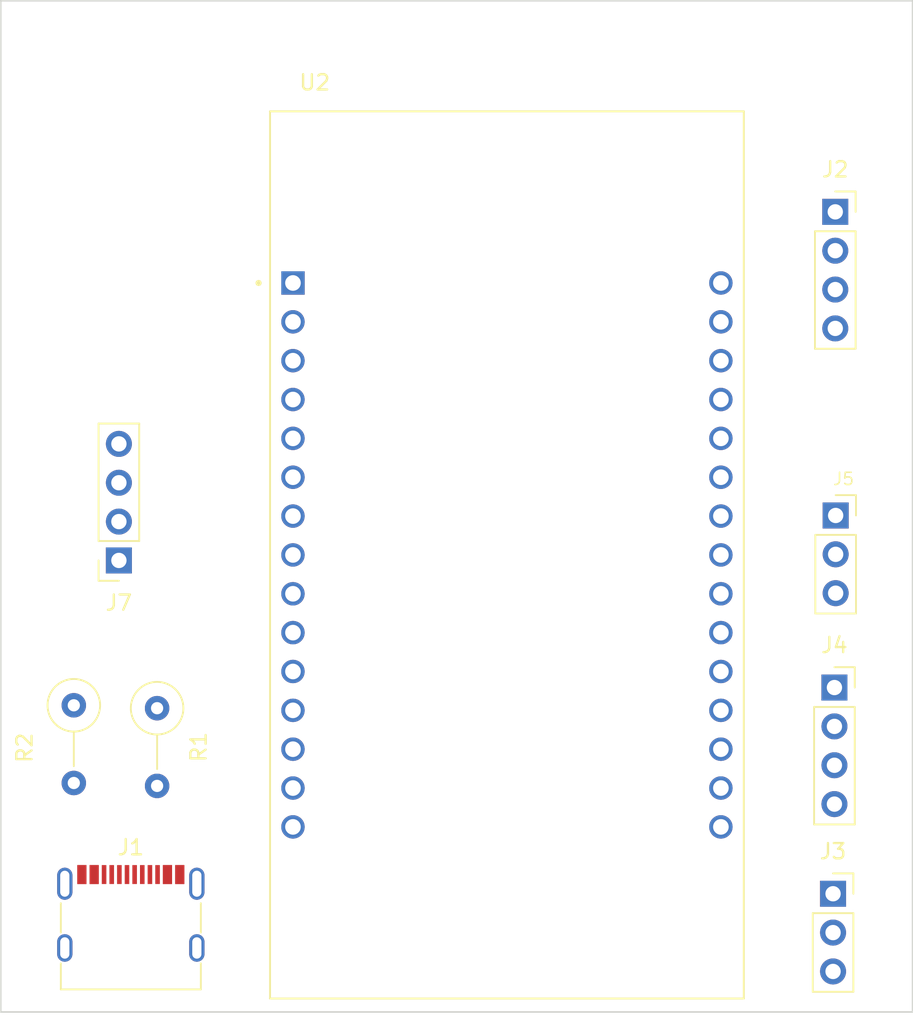
<source format=kicad_pcb>
(kicad_pcb (version 20221018) (generator pcbnew)
  (layers (0 "F.Cu" signal) (31 "B.Cu" signal) (34 "B.Paste" user) (35 "F.Paste" user) (36 "B.SilkS" user "B.Silkscreen") (37 "F.SilkS" user "F.Silkscreen") (38 "B.Mask" user) (39 "F.Mask" user) (44 "Edge.Cuts" user))
  (net 0 "")
  (net 1 "GND")
  (net 2 "+5V")
  (net 3 "Net-(J1-CC1)")
  (net 7 "Net-(J1-CC2)")
  (net 11 "SDL D1")
  (net 12 "SDA D2")
  (net 13 "IR D5")
  (net 14 "POWER 3.3V")
  (net 15 "Net-(J4-Pin_1)")
  (net 16 "Net-(J4-Pin_2)")
  (net 17 "Net-(J4-Pin_3)")
  (net 18 "Net-(J4-Pin_4)")
  (net 19 "TEMP D3")
  (net 20 "IO1 D4")
  (net 21 "DATA A0")
  (net 31 "FLEX D6")
  (net 33 "+3.3V")
  (footprint "Connector_USB:USB_C_Receptacle_G-Switch_GT-USB-7010ASV" (layer "F.Cu") (at 110.58 120.3)
    (fp_text reference "J1" (at 0 -5.5) (layer "F.SilkS"))
    (fp_text value "USB_C_USB2.0")
    (fp_line (start -4.58 -1.85) (end -4.58 0.07) (stroke (width 0.12)) (layer "F.SilkS"))
    (fp_line (start -4.58 3.785) (end -4.58 2.08) (stroke (width 0.12)) (layer "F.SilkS"))
    (fp_line (start 4.58 0.07) (end 4.58 -1.85) (stroke (width 0.12)) (layer "F.SilkS"))
    (fp_line (start 4.58 2.08) (end 4.58 3.785) (stroke (width 0.12)) (layer "F.SilkS"))
    (fp_line (start 4.58 3.785) (end -4.58 3.785) (stroke (width 0.12)) (layer "F.SilkS"))
    (pad "" np_thru_hole circle (at -2.89 -2.605) (size 0.65 0.65) (drill 0.65) (layers "*.Cu" "*.Mask"))
    (pad "" np_thru_hole circle (at 2.89 -2.605) (size 0.65 0.65) (drill 0.65) (layers "*.Cu" "*.Mask"))
    (pad "A1" smd rect (at -3.2 -3.725) (size 0.6 1.24) (layers "F.Cu" "F.Paste" "F.Mask") (net 1 "GND"))
    (pad "A4" smd rect (at -2.4 -3.725) (size 0.6 1.24) (layers "F.Cu" "F.Paste" "F.Mask") (net 2 "+5V"))
    (pad "A5" smd rect (at -1.25 -3.725) (size 0.3 1.24) (layers "F.Cu" "F.Paste" "F.Mask") (net 3 "Net-(J1-CC1)"))
    (pad "A6" smd rect (at -0.25 -3.725) (size 0.3 1.24) (layers "F.Cu" "F.Paste" "F.Mask"))
    (pad "A7" smd rect (at 0.25 -3.725) (size 0.3 1.24) (layers "F.Cu" "F.Paste" "F.Mask"))
    (pad "A8" smd rect (at 1.25 -3.725) (size 0.3 1.24) (layers "F.Cu" "F.Paste" "F.Mask"))
    (pad "A9" smd rect (at 2.4 -3.725) (size 0.6 1.24) (layers "F.Cu" "F.Paste" "F.Mask") (net 2 "+5V"))
    (pad "A12" smd rect (at 3.2 -3.725) (size 0.6 1.24) (layers "F.Cu" "F.Paste" "F.Mask") (net 1 "GND"))
    (pad "B1" smd rect (at 3.2 -3.725) (size 0.6 1.24) (layers "F.Cu" "F.Paste" "F.Mask") (net 1 "GND"))
    (pad "B4" smd rect (at 2.4 -3.725) (size 0.6 1.24) (layers "F.Cu" "F.Paste" "F.Mask") (net 2 "+5V"))
    (pad "B5" smd rect (at 1.75 -3.725) (size 0.3 1.24) (layers "F.Cu" "F.Paste" "F.Mask") (net 7 "Net-(J1-CC2)"))
    (pad "B6" smd rect (at 0.75 -3.725) (size 0.3 1.24) (layers "F.Cu" "F.Paste" "F.Mask"))
    (pad "B7" smd rect (at -0.75 -3.725) (size 0.3 1.24) (layers "F.Cu" "F.Paste" "F.Mask"))
    (pad "B8" smd rect (at -1.75 -3.725) (size 0.3 1.24) (layers "F.Cu" "F.Paste" "F.Mask"))
    (pad "B9" smd rect (at -2.4 -3.725) (size 0.6 1.24) (layers "F.Cu" "F.Paste" "F.Mask") (net 2 "+5V"))
    (pad "B12" smd rect (at -3.2 -3.725) (size 0.6 1.24) (layers "F.Cu" "F.Paste" "F.Mask") (net 1 "GND"))
    (pad "S1" thru_hole oval (at -4.32 -3.125) (size 1 2.1) (drill oval 0.6 1.7) (layers "*.Cu" "*.Mask") (net 1 "GND"))
    (pad "S1" thru_hole oval (at -4.32 1.075) (size 1 1.8) (drill oval 0.6 1.4) (layers "*.Cu" "*.Mask") (net 1 "GND"))
    (pad "S1" thru_hole oval (at 4.32 -3.125) (size 1 2.1) (drill oval 0.6 1.7) (layers "*.Cu" "*.Mask") (net 1 "GND"))
    (pad "S1" thru_hole oval (at 4.32 1.075) (size 1 1.8) (drill oval 0.6 1.4) (layers "*.Cu" "*.Mask") (net 1 "GND"))
  )
  (footprint "Connector_PinSocket_2.54mm:PinSocket_1x04_P2.54mm_Vertical" (layer "F.Cu") (at 156.62 104.35)
    (fp_text reference "J4" (at 0 -2.77) (layer "F.SilkS"))
    (fp_text value "IO PINS")
    (fp_line (start -1.33 1.27) (end -1.33 8.95) (stroke (width 0.12)) (layer "F.SilkS"))
    (fp_line (start -1.33 1.27) (end 1.33 1.27) (stroke (width 0.12)) (layer "F.SilkS"))
    (fp_line (start -1.33 8.95) (end 1.33 8.95) (stroke (width 0.12)) (layer "F.SilkS"))
    (fp_line (start 0 -1.33) (end 1.33 -1.33) (stroke (width 0.12)) (layer "F.SilkS"))
    (fp_line (start 1.33 -1.33) (end 1.33 0) (stroke (width 0.12)) (layer "F.SilkS"))
    (fp_line (start 1.33 1.27) (end 1.33 8.95) (stroke (width 0.12)) (layer "F.SilkS"))
    (pad "1" thru_hole rect (at 0 0) (size 1.7 1.7) (drill 1) (layers "*.Cu" "*.Mask") (net 15 "Net-(J4-Pin_1)"))
    (pad "2" thru_hole oval (at 0 2.54) (size 1.7 1.7) (drill 1) (layers "*.Cu" "*.Mask") (net 16 "Net-(J4-Pin_2)"))
    (pad "3" thru_hole oval (at 0 5.08) (size 1.7 1.7) (drill 1) (layers "*.Cu" "*.Mask") (net 17 "Net-(J4-Pin_3)"))
    (pad "4" thru_hole oval (at 0 7.62) (size 1.7 1.7) (drill 1) (layers "*.Cu" "*.Mask") (net 18 "Net-(J4-Pin_4)"))
  )
  (footprint "Connector_PinSocket_2.54mm:PinSocket_1x04_P2.54mm_Vertical" (layer "F.Cu") (at 156.675 73.25)
    (fp_text reference "J2" (at 0 -2.77) (layer "F.SilkS"))
    (fp_text value "OLED 128*64")
    (fp_line (start -1.33 1.27) (end -1.33 8.95) (stroke (width 0.12)) (layer "F.SilkS"))
    (fp_line (start -1.33 1.27) (end 1.33 1.27) (stroke (width 0.12)) (layer "F.SilkS"))
    (fp_line (start -1.33 8.95) (end 1.33 8.95) (stroke (width 0.12)) (layer "F.SilkS"))
    (fp_line (start 0 -1.33) (end 1.33 -1.33) (stroke (width 0.12)) (layer "F.SilkS"))
    (fp_line (start 1.33 -1.33) (end 1.33 0) (stroke (width 0.12)) (layer "F.SilkS"))
    (fp_line (start 1.33 1.27) (end 1.33 8.95) (stroke (width 0.12)) (layer "F.SilkS"))
    (pad "1" thru_hole rect (at 0 0) (size 1.7 1.7) (drill 1) (layers "*.Cu" "*.Mask") (net 1 "GND"))
    (pad "2" thru_hole oval (at 0 2.54) (size 1.7 1.7) (drill 1) (layers "*.Cu" "*.Mask") (net 33 "+3.3V"))
    (pad "3" thru_hole oval (at 0 5.08) (size 1.7 1.7) (drill 1) (layers "*.Cu" "*.Mask") (net 11 "SDL D1"))
    (pad "4" thru_hole oval (at 0 7.62) (size 1.7 1.7) (drill 1) (layers "*.Cu" "*.Mask") (net 12 "SDA D2"))
  )
  (footprint "Resistor_THT:R_Axial_DIN0309_L9.0mm_D3.2mm_P5.08mm_Vertical" (layer "F.Cu") (at 112.3 105.7 -90)
    (fp_text reference "R1" (at 2.54 -2.72 90) (layer "F.SilkS"))
    (fp_text value "5K1")
    (fp_line (start 1.72 0) (end 3.98 0) (stroke (width 0.12)) (layer "F.SilkS"))
    (fp_circle (center 0 0) (end 1.72 0) (stroke (width 0.12)) (fill none) (layer "F.SilkS"))
    (pad "1" thru_hole circle (at 0 0 270) (size 1.6 1.6) (drill 0.8) (layers "*.Cu" "*.Mask") (net 1 "GND"))
    (pad "2" thru_hole oval (at 5.08 0 270) (size 1.6 1.6) (drill 0.8) (layers "*.Cu" "*.Mask") (net 7 "Net-(J1-CC2)"))
  )
  (footprint "Connector_PinSocket_2.54mm:PinSocket_1x03_P2.54mm_Vertical" (layer "F.Cu") (at 156.7 93.1)
    (fp_text reference "J5" (at 0.52 -2.39) (layer "F.SilkS") (effects (font (size 0.8 0.8) (thickness 0.1))))
    (fp_text value "TEMPERATURE")
    (fp_line (start -1.33 1.27) (end -1.33 6.41) (stroke (width 0.12)) (layer "F.SilkS"))
    (fp_line (start -1.33 1.27) (end 1.33 1.27) (stroke (width 0.12)) (layer "F.SilkS"))
    (fp_line (start -1.33 6.41) (end 1.33 6.41) (stroke (width 0.12)) (layer "F.SilkS"))
    (fp_line (start 0 -1.33) (end 1.33 -1.33) (stroke (width 0.12)) (layer "F.SilkS"))
    (fp_line (start 1.33 -1.33) (end 1.33 0) (stroke (width 0.12)) (layer "F.SilkS"))
    (fp_line (start 1.33 1.27) (end 1.33 6.41) (stroke (width 0.12)) (layer "F.SilkS"))
    (pad "1" thru_hole rect (at 0 0) (size 1.7 1.7) (drill 1) (layers "*.Cu" "*.Mask") (net 1 "GND"))
    (pad "2" thru_hole oval (at 0 2.54) (size 1.7 1.7) (drill 1) (layers "*.Cu" "*.Mask") (net 19 "TEMP D3"))
    (pad "3" thru_hole oval (at 0 5.08) (size 1.7 1.7) (drill 1) (layers "*.Cu" "*.Mask") (net 20 "IO1 D4"))
  )
  (footprint "Connector_PinSocket_2.54mm:PinSocket_1x04_P2.54mm_Vertical" (layer "F.Cu") (at 109.8 96.04 180)
    (fp_text reference "J7" (at 0 -2.77) (layer "F.SilkS"))
    (fp_text value "HEART RATE")
    (fp_line (start -1.33 1.27) (end -1.33 8.95) (stroke (width 0.12)) (layer "F.SilkS"))
    (fp_line (start -1.33 1.27) (end 1.33 1.27) (stroke (width 0.12)) (layer "F.SilkS"))
    (fp_line (start -1.33 8.95) (end 1.33 8.95) (stroke (width 0.12)) (layer "F.SilkS"))
    (fp_line (start 0 -1.33) (end 1.33 -1.33) (stroke (width 0.12)) (layer "F.SilkS"))
    (fp_line (start 1.33 -1.33) (end 1.33 0) (stroke (width 0.12)) (layer "F.SilkS"))
    (fp_line (start 1.33 1.27) (end 1.33 8.95) (stroke (width 0.12)) (layer "F.SilkS"))
    (pad "1" thru_hole rect (at 0 0 180) (size 1.7 1.7) (drill 1) (layers "*.Cu" "*.Mask") (net 14 "POWER 3.3V"))
    (pad "2" thru_hole oval (at 0 2.54 180) (size 1.7 1.7) (drill 1) (layers "*.Cu" "*.Mask") (net 1 "GND"))
    (pad "3" thru_hole oval (at 0 5.08 180) (size 1.7 1.7) (drill 1) (layers "*.Cu" "*.Mask") (net 21 "DATA A0"))
    (pad "4" thru_hole oval (at 0 7.62 180) (size 1.7 1.7) (drill 1) (layers "*.Cu" "*.Mask"))
  )
  (footprint "Connector_PinSocket_2.54mm:PinSocket_1x03_P2.54mm_Vertical" (layer "F.Cu") (at 156.53 117.83)
    (fp_text reference "J3" (at 0 -2.77) (layer "F.SilkS"))
    (fp_text value "EYE BLINK")
    (fp_line (start -1.33 1.27) (end -1.33 6.41) (stroke (width 0.12)) (layer "F.SilkS"))
    (fp_line (start -1.33 1.27) (end 1.33 1.27) (stroke (width 0.12)) (layer "F.SilkS"))
    (fp_line (start -1.33 6.41) (end 1.33 6.41) (stroke (width 0.12)) (layer "F.SilkS"))
    (fp_line (start 0 -1.33) (end 1.33 -1.33) (stroke (width 0.12)) (layer "F.SilkS"))
    (fp_line (start 1.33 -1.33) (end 1.33 0) (stroke (width 0.12)) (layer "F.SilkS"))
    (fp_line (start 1.33 1.27) (end 1.33 6.41) (stroke (width 0.12)) (layer "F.SilkS"))
    (pad "1" thru_hole rect (at 0 0) (size 1.7 1.7) (drill 1) (layers "*.Cu" "*.Mask") (net 13 "IR D5"))
    (pad "2" thru_hole oval (at 0 2.54) (size 1.7 1.7) (drill 1) (layers "*.Cu" "*.Mask") (net 1 "GND"))
    (pad "3" thru_hole oval (at 0 5.08) (size 1.7 1.7) (drill 1) (layers "*.Cu" "*.Mask") (net 14 "POWER 3.3V"))
  )
  (footprint "Esp8266-VMA107:MODULE_VMA107" (layer "F.Cu") (at 135.19 95.68)
    (fp_text reference "U2" (at -12.575 -30.885) (layer "F.SilkS"))
    (fp_text value "ESP8266")
    (fp_line (start -15.5 -29) (end 15.5 -29) (stroke (width 0.127)) (layer "F.SilkS"))
    (fp_line (start -15.5 29) (end -15.5 -29) (stroke (width 0.127)) (layer "F.SilkS"))
    (fp_line (start 15.5 -29) (end 15.5 29) (stroke (width 0.127)) (layer "F.SilkS"))
    (fp_line (start 15.5 29) (end -15.5 29) (stroke (width 0.127)) (layer "F.SilkS"))
    (fp_circle (center -16.25 -17.78) (end -16.15 -17.78) (stroke (width 0.2)) (fill none) (layer "F.SilkS"))
    (pad "" np_thru_hole circle (at -12.5 -26) (size 3.25 3.25) (drill 3.25) (layers "*.Cu" "*.Mask"))
    (pad "" np_thru_hole circle (at -12.5 26) (size 3.25 3.25) (drill 3.25) (layers "*.Cu" "*.Mask"))
    (pad "" np_thru_hole circle (at 12.5 -26) (size 3.25 3.25) (drill 3.25) (layers "*.Cu" "*.Mask"))
    (pad "" np_thru_hole circle (at 12.5 26) (size 3.25 3.25) (drill 3.25) (layers "*.Cu" "*.Mask"))
    (pad "1" thru_hole rect (at -14 -17.78) (size 1.53 1.53) (drill 1.02) (layers "*.Cu" "*.Mask") (net 21 "DATA A0"))
    (pad "2" thru_hole circle (at -14 -15.24) (size 1.53 1.53) (drill 1.02) (layers "*.Cu" "*.Mask"))
    (pad "3" thru_hole circle (at -14 -12.7) (size 1.53 1.53) (drill 1.02) (layers "*.Cu" "*.Mask"))
    (pad "4" thru_hole circle (at -14 -10.16) (size 1.53 1.53) (drill 1.02) (layers "*.Cu" "*.Mask"))
    (pad "5" thru_hole circle (at -14 -7.62) (size 1.53 1.53) (drill 1.02) (layers "*.Cu" "*.Mask"))
    (pad "6" thru_hole circle (at -14 -5.08) (size 1.53 1.53) (drill 1.02) (layers "*.Cu" "*.Mask"))
    (pad "7" thru_hole circle (at -14 -2.54) (size 1.53 1.53) (drill 1.02) (layers "*.Cu" "*.Mask"))
    (pad "8" thru_hole circle (at -14 0) (size 1.53 1.53) (drill 1.02) (layers "*.Cu" "*.Mask") (net 1 "GND"))
    (pad "9" thru_hole circle (at -14 2.54) (size 1.53 1.53) (drill 1.02) (layers "*.Cu" "*.Mask") (net 14 "POWER 3.3V"))
    (pad "10" thru_hole circle (at -14 5.08) (size 1.53 1.53) (drill 1.02) (layers "*.Cu" "*.Mask") (net 1 "GND"))
    (pad "11" thru_hole circle (at -14 7.62) (size 1.53 1.53) (drill 1.02) (layers "*.Cu" "*.Mask") (net 14 "POWER 3.3V"))
    (pad "12" thru_hole circle (at -14 10.16) (size 1.53 1.53) (drill 1.02) (layers "*.Cu" "*.Mask"))
    (pad "13" thru_hole circle (at -14 12.7) (size 1.53 1.53) (drill 1.02) (layers "*.Cu" "*.Mask"))
    (pad "14" thru_hole circle (at -14 15.24) (size 1.53 1.53) (drill 1.02) (layers "*.Cu" "*.Mask") (net 1 "GND"))
    (pad "15" thru_hole circle (at -14 17.78) (size 1.53 1.53) (drill 1.02) (layers "*.Cu" "*.Mask") (net 2 "+5V"))
    (pad "16" thru_hole circle (at 14 17.78) (size 1.53 1.53) (drill 1.02) (layers "*.Cu" "*.Mask") (net 14 "POWER 3.3V"))
    (pad "17" thru_hole circle (at 14 15.24) (size 1.53 1.53) (drill 1.02) (layers "*.Cu" "*.Mask") (net 1 "GND"))
    (pad "18" thru_hole circle (at 14 12.7) (size 1.53 1.53) (drill 1.02) (layers "*.Cu" "*.Mask") (net 18 "Net-(J4-Pin_4)"))
    (pad "19" thru_hole circle (at 14 10.16) (size 1.53 1.53) (drill 1.02) (layers "*.Cu" "*.Mask") (net 17 "Net-(J4-Pin_3)"))
    (pad "20" thru_hole circle (at 14 7.62) (size 1.53 1.53) (drill 1.02) (layers "*.Cu" "*.Mask") (net 16 "Net-(J4-Pin_2)"))
    (pad "21" thru_hole circle (at 14 5.08) (size 1.53 1.53) (drill 1.02) (layers "*.Cu" "*.Mask") (net 15 "Net-(J4-Pin_1)"))
    (pad "22" thru_hole circle (at 14 2.54) (size 1.53 1.53) (drill 1.02) (layers "*.Cu" "*.Mask") (net 31 "FLEX D6"))
    (pad "23" thru_hole circle (at 14 0) (size 1.53 1.53) (drill 1.02) (layers "*.Cu" "*.Mask") (net 13 "IR D5"))
    (pad "24" thru_hole circle (at 14 -2.54) (size 1.53 1.53) (drill 1.02) (layers "*.Cu" "*.Mask") (net 1 "GND"))
    (pad "25" thru_hole circle (at 14 -5.08) (size 1.53 1.53) (drill 1.02) (layers "*.Cu" "*.Mask") (net 14 "POWER 3.3V"))
    (pad "26" thru_hole circle (at 14 -7.62) (size 1.53 1.53) (drill 1.02) (layers "*.Cu" "*.Mask") (net 20 "IO1 D4"))
    (pad "27" thru_hole circle (at 14 -10.16) (size 1.53 1.53) (drill 1.02) (layers "*.Cu" "*.Mask") (net 19 "TEMP D3"))
    (pad "28" thru_hole circle (at 14 -12.7) (size 1.53 1.53) (drill 1.02) (layers "*.Cu" "*.Mask") (net 12 "SDA D2"))
    (pad "29" thru_hole circle (at 14 -15.24) (size 1.53 1.53) (drill 1.02) (layers "*.Cu" "*.Mask") (net 11 "SDL D1"))
    (pad "30" thru_hole circle (at 14 -17.78) (size 1.53 1.53) (drill 1.02) (layers "*.Cu" "*.Mask"))
  )
  (footprint "Resistor_THT:R_Axial_DIN0309_L9.0mm_D3.2mm_P5.08mm_Vertical" (layer "F.Cu") (at 106.85 105.51 -90)
    (fp_text reference "R2" (at 2.78 3.22 90) (layer "F.SilkS"))
    (fp_text value "5K1")
    (fp_line (start 1.72 0) (end 3.98 0) (stroke (width 0.12)) (layer "F.SilkS"))
    (fp_circle (center 0 0) (end 1.72 0) (stroke (width 0.12)) (fill none) (layer "F.SilkS"))
    (pad "1" thru_hole circle (at 0 0 270) (size 1.6 1.6) (drill 0.8) (layers "*.Cu" "*.Mask") (net 1 "GND"))
    (pad "2" thru_hole oval (at 5.08 0 270) (size 1.6 1.6) (drill 0.8) (layers "*.Cu" "*.Mask") (net 3 "Net-(J1-CC1)"))
  )
  (gr_rect (start 102.07 59.45) (end 161.73 125.56) (stroke (width 0.1)) (fill none) (layer "Edge.Cuts"))
)
</source>
